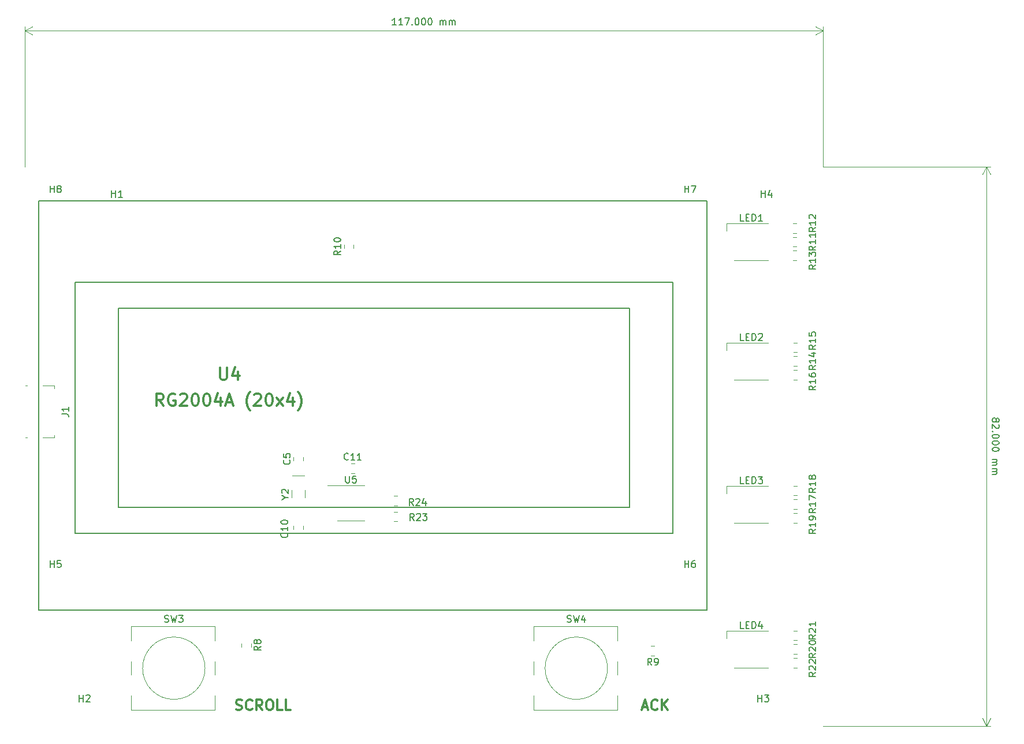
<source format=gbr>
G04 #@! TF.GenerationSoftware,KiCad,Pcbnew,5.1.2-f72e74a~84~ubuntu18.04.1*
G04 #@! TF.CreationDate,2019-08-20T01:18:15+05:30*
G04 #@! TF.ProjectId,ESP32_MESSAGE_DISPLAY,45535033-325f-44d4-9553-534147455f44,1.0*
G04 #@! TF.SameCoordinates,Original*
G04 #@! TF.FileFunction,Legend,Top*
G04 #@! TF.FilePolarity,Positive*
%FSLAX46Y46*%
G04 Gerber Fmt 4.6, Leading zero omitted, Abs format (unit mm)*
G04 Created by KiCad (PCBNEW 5.1.2-f72e74a~84~ubuntu18.04.1) date 2019-08-20 01:18:15*
%MOMM*%
%LPD*%
G04 APERTURE LIST*
%ADD10C,0.150000*%
%ADD11C,0.120000*%
%ADD12C,0.300000*%
%ADD13C,0.304800*%
G04 APERTURE END LIST*
D10*
X145452380Y-27182380D02*
X144880952Y-27182380D01*
X145166666Y-27182380D02*
X145166666Y-26182380D01*
X145071428Y-26325238D01*
X144976190Y-26420476D01*
X144880952Y-26468095D01*
X146404761Y-27182380D02*
X145833333Y-27182380D01*
X146119047Y-27182380D02*
X146119047Y-26182380D01*
X146023809Y-26325238D01*
X145928571Y-26420476D01*
X145833333Y-26468095D01*
X146738095Y-26182380D02*
X147404761Y-26182380D01*
X146976190Y-27182380D01*
X147785714Y-27087142D02*
X147833333Y-27134761D01*
X147785714Y-27182380D01*
X147738095Y-27134761D01*
X147785714Y-27087142D01*
X147785714Y-27182380D01*
X148452380Y-26182380D02*
X148547619Y-26182380D01*
X148642857Y-26230000D01*
X148690476Y-26277619D01*
X148738095Y-26372857D01*
X148785714Y-26563333D01*
X148785714Y-26801428D01*
X148738095Y-26991904D01*
X148690476Y-27087142D01*
X148642857Y-27134761D01*
X148547619Y-27182380D01*
X148452380Y-27182380D01*
X148357142Y-27134761D01*
X148309523Y-27087142D01*
X148261904Y-26991904D01*
X148214285Y-26801428D01*
X148214285Y-26563333D01*
X148261904Y-26372857D01*
X148309523Y-26277619D01*
X148357142Y-26230000D01*
X148452380Y-26182380D01*
X149404761Y-26182380D02*
X149500000Y-26182380D01*
X149595238Y-26230000D01*
X149642857Y-26277619D01*
X149690476Y-26372857D01*
X149738095Y-26563333D01*
X149738095Y-26801428D01*
X149690476Y-26991904D01*
X149642857Y-27087142D01*
X149595238Y-27134761D01*
X149500000Y-27182380D01*
X149404761Y-27182380D01*
X149309523Y-27134761D01*
X149261904Y-27087142D01*
X149214285Y-26991904D01*
X149166666Y-26801428D01*
X149166666Y-26563333D01*
X149214285Y-26372857D01*
X149261904Y-26277619D01*
X149309523Y-26230000D01*
X149404761Y-26182380D01*
X150357142Y-26182380D02*
X150452380Y-26182380D01*
X150547619Y-26230000D01*
X150595238Y-26277619D01*
X150642857Y-26372857D01*
X150690476Y-26563333D01*
X150690476Y-26801428D01*
X150642857Y-26991904D01*
X150595238Y-27087142D01*
X150547619Y-27134761D01*
X150452380Y-27182380D01*
X150357142Y-27182380D01*
X150261904Y-27134761D01*
X150214285Y-27087142D01*
X150166666Y-26991904D01*
X150119047Y-26801428D01*
X150119047Y-26563333D01*
X150166666Y-26372857D01*
X150214285Y-26277619D01*
X150261904Y-26230000D01*
X150357142Y-26182380D01*
X151880952Y-27182380D02*
X151880952Y-26515714D01*
X151880952Y-26610952D02*
X151928571Y-26563333D01*
X152023809Y-26515714D01*
X152166666Y-26515714D01*
X152261904Y-26563333D01*
X152309523Y-26658571D01*
X152309523Y-27182380D01*
X152309523Y-26658571D02*
X152357142Y-26563333D01*
X152452380Y-26515714D01*
X152595238Y-26515714D01*
X152690476Y-26563333D01*
X152738095Y-26658571D01*
X152738095Y-27182380D01*
X153214285Y-27182380D02*
X153214285Y-26515714D01*
X153214285Y-26610952D02*
X153261904Y-26563333D01*
X153357142Y-26515714D01*
X153500000Y-26515714D01*
X153595238Y-26563333D01*
X153642857Y-26658571D01*
X153642857Y-27182380D01*
X153642857Y-26658571D02*
X153690476Y-26563333D01*
X153785714Y-26515714D01*
X153928571Y-26515714D01*
X154023809Y-26563333D01*
X154071428Y-26658571D01*
X154071428Y-27182380D01*
D11*
X91000000Y-28000000D02*
X208000000Y-28000000D01*
X91000000Y-48000000D02*
X91000000Y-27413579D01*
X208000000Y-48000000D02*
X208000000Y-27413579D01*
X208000000Y-28000000D02*
X206873496Y-28586421D01*
X208000000Y-28000000D02*
X206873496Y-27413579D01*
X91000000Y-28000000D02*
X92126504Y-28586421D01*
X91000000Y-28000000D02*
X92126504Y-27413579D01*
D10*
X233389047Y-85047619D02*
X233436666Y-84952380D01*
X233484285Y-84904761D01*
X233579523Y-84857142D01*
X233627142Y-84857142D01*
X233722380Y-84904761D01*
X233770000Y-84952380D01*
X233817619Y-85047619D01*
X233817619Y-85238095D01*
X233770000Y-85333333D01*
X233722380Y-85380952D01*
X233627142Y-85428571D01*
X233579523Y-85428571D01*
X233484285Y-85380952D01*
X233436666Y-85333333D01*
X233389047Y-85238095D01*
X233389047Y-85047619D01*
X233341428Y-84952380D01*
X233293809Y-84904761D01*
X233198571Y-84857142D01*
X233008095Y-84857142D01*
X232912857Y-84904761D01*
X232865238Y-84952380D01*
X232817619Y-85047619D01*
X232817619Y-85238095D01*
X232865238Y-85333333D01*
X232912857Y-85380952D01*
X233008095Y-85428571D01*
X233198571Y-85428571D01*
X233293809Y-85380952D01*
X233341428Y-85333333D01*
X233389047Y-85238095D01*
X233722380Y-85809523D02*
X233770000Y-85857142D01*
X233817619Y-85952380D01*
X233817619Y-86190476D01*
X233770000Y-86285714D01*
X233722380Y-86333333D01*
X233627142Y-86380952D01*
X233531904Y-86380952D01*
X233389047Y-86333333D01*
X232817619Y-85761904D01*
X232817619Y-86380952D01*
X232912857Y-86809523D02*
X232865238Y-86857142D01*
X232817619Y-86809523D01*
X232865238Y-86761904D01*
X232912857Y-86809523D01*
X232817619Y-86809523D01*
X233817619Y-87476190D02*
X233817619Y-87571428D01*
X233770000Y-87666666D01*
X233722380Y-87714285D01*
X233627142Y-87761904D01*
X233436666Y-87809523D01*
X233198571Y-87809523D01*
X233008095Y-87761904D01*
X232912857Y-87714285D01*
X232865238Y-87666666D01*
X232817619Y-87571428D01*
X232817619Y-87476190D01*
X232865238Y-87380952D01*
X232912857Y-87333333D01*
X233008095Y-87285714D01*
X233198571Y-87238095D01*
X233436666Y-87238095D01*
X233627142Y-87285714D01*
X233722380Y-87333333D01*
X233770000Y-87380952D01*
X233817619Y-87476190D01*
X233817619Y-88428571D02*
X233817619Y-88523809D01*
X233770000Y-88619047D01*
X233722380Y-88666666D01*
X233627142Y-88714285D01*
X233436666Y-88761904D01*
X233198571Y-88761904D01*
X233008095Y-88714285D01*
X232912857Y-88666666D01*
X232865238Y-88619047D01*
X232817619Y-88523809D01*
X232817619Y-88428571D01*
X232865238Y-88333333D01*
X232912857Y-88285714D01*
X233008095Y-88238095D01*
X233198571Y-88190476D01*
X233436666Y-88190476D01*
X233627142Y-88238095D01*
X233722380Y-88285714D01*
X233770000Y-88333333D01*
X233817619Y-88428571D01*
X233817619Y-89380952D02*
X233817619Y-89476190D01*
X233770000Y-89571428D01*
X233722380Y-89619047D01*
X233627142Y-89666666D01*
X233436666Y-89714285D01*
X233198571Y-89714285D01*
X233008095Y-89666666D01*
X232912857Y-89619047D01*
X232865238Y-89571428D01*
X232817619Y-89476190D01*
X232817619Y-89380952D01*
X232865238Y-89285714D01*
X232912857Y-89238095D01*
X233008095Y-89190476D01*
X233198571Y-89142857D01*
X233436666Y-89142857D01*
X233627142Y-89190476D01*
X233722380Y-89238095D01*
X233770000Y-89285714D01*
X233817619Y-89380952D01*
X232817619Y-90904761D02*
X233484285Y-90904761D01*
X233389047Y-90904761D02*
X233436666Y-90952380D01*
X233484285Y-91047619D01*
X233484285Y-91190476D01*
X233436666Y-91285714D01*
X233341428Y-91333333D01*
X232817619Y-91333333D01*
X233341428Y-91333333D02*
X233436666Y-91380952D01*
X233484285Y-91476190D01*
X233484285Y-91619047D01*
X233436666Y-91714285D01*
X233341428Y-91761904D01*
X232817619Y-91761904D01*
X232817619Y-92238095D02*
X233484285Y-92238095D01*
X233389047Y-92238095D02*
X233436666Y-92285714D01*
X233484285Y-92380952D01*
X233484285Y-92523809D01*
X233436666Y-92619047D01*
X233341428Y-92666666D01*
X232817619Y-92666666D01*
X233341428Y-92666666D02*
X233436666Y-92714285D01*
X233484285Y-92809523D01*
X233484285Y-92952380D01*
X233436666Y-93047619D01*
X233341428Y-93095238D01*
X232817619Y-93095238D01*
D11*
X232000000Y-48000000D02*
X232000000Y-130000000D01*
X208000000Y-48000000D02*
X232586421Y-48000000D01*
X208000000Y-130000000D02*
X232586421Y-130000000D01*
X232000000Y-130000000D02*
X231413579Y-128873496D01*
X232000000Y-130000000D02*
X232586421Y-128873496D01*
X232000000Y-48000000D02*
X231413579Y-49126504D01*
X232000000Y-48000000D02*
X232586421Y-49126504D01*
D12*
X181542857Y-127250000D02*
X182257142Y-127250000D01*
X181400000Y-127678571D02*
X181900000Y-126178571D01*
X182400000Y-127678571D01*
X183757142Y-127535714D02*
X183685714Y-127607142D01*
X183471428Y-127678571D01*
X183328571Y-127678571D01*
X183114285Y-127607142D01*
X182971428Y-127464285D01*
X182900000Y-127321428D01*
X182828571Y-127035714D01*
X182828571Y-126821428D01*
X182900000Y-126535714D01*
X182971428Y-126392857D01*
X183114285Y-126250000D01*
X183328571Y-126178571D01*
X183471428Y-126178571D01*
X183685714Y-126250000D01*
X183757142Y-126321428D01*
X184400000Y-127678571D02*
X184400000Y-126178571D01*
X185257142Y-127678571D02*
X184614285Y-126821428D01*
X185257142Y-126178571D02*
X184400000Y-127035714D01*
X121971428Y-127607142D02*
X122185714Y-127678571D01*
X122542857Y-127678571D01*
X122685714Y-127607142D01*
X122757142Y-127535714D01*
X122828571Y-127392857D01*
X122828571Y-127250000D01*
X122757142Y-127107142D01*
X122685714Y-127035714D01*
X122542857Y-126964285D01*
X122257142Y-126892857D01*
X122114285Y-126821428D01*
X122042857Y-126750000D01*
X121971428Y-126607142D01*
X121971428Y-126464285D01*
X122042857Y-126321428D01*
X122114285Y-126250000D01*
X122257142Y-126178571D01*
X122614285Y-126178571D01*
X122828571Y-126250000D01*
X124328571Y-127535714D02*
X124257142Y-127607142D01*
X124042857Y-127678571D01*
X123900000Y-127678571D01*
X123685714Y-127607142D01*
X123542857Y-127464285D01*
X123471428Y-127321428D01*
X123400000Y-127035714D01*
X123400000Y-126821428D01*
X123471428Y-126535714D01*
X123542857Y-126392857D01*
X123685714Y-126250000D01*
X123900000Y-126178571D01*
X124042857Y-126178571D01*
X124257142Y-126250000D01*
X124328571Y-126321428D01*
X125828571Y-127678571D02*
X125328571Y-126964285D01*
X124971428Y-127678571D02*
X124971428Y-126178571D01*
X125542857Y-126178571D01*
X125685714Y-126250000D01*
X125757142Y-126321428D01*
X125828571Y-126464285D01*
X125828571Y-126678571D01*
X125757142Y-126821428D01*
X125685714Y-126892857D01*
X125542857Y-126964285D01*
X124971428Y-126964285D01*
X126757142Y-126178571D02*
X127042857Y-126178571D01*
X127185714Y-126250000D01*
X127328571Y-126392857D01*
X127400000Y-126678571D01*
X127400000Y-127178571D01*
X127328571Y-127464285D01*
X127185714Y-127607142D01*
X127042857Y-127678571D01*
X126757142Y-127678571D01*
X126614285Y-127607142D01*
X126471428Y-127464285D01*
X126400000Y-127178571D01*
X126400000Y-126678571D01*
X126471428Y-126392857D01*
X126614285Y-126250000D01*
X126757142Y-126178571D01*
X128757142Y-127678571D02*
X128042857Y-127678571D01*
X128042857Y-126178571D01*
X129971428Y-127678571D02*
X129257142Y-127678571D01*
X129257142Y-126178571D01*
D11*
X132000000Y-93275000D02*
X130200000Y-93275000D01*
X130150000Y-95425000D02*
X130150000Y-96525000D01*
X132050000Y-95425000D02*
X132050000Y-96525000D01*
X138800000Y-94740000D02*
X135350000Y-94740000D01*
X138800000Y-94740000D02*
X140750000Y-94740000D01*
X138800000Y-99860000D02*
X136850000Y-99860000D01*
X138800000Y-99860000D02*
X140750000Y-99860000D01*
X145596078Y-96290000D02*
X145078922Y-96290000D01*
X145596078Y-97710000D02*
X145078922Y-97710000D01*
X145621078Y-98590000D02*
X145103922Y-98590000D01*
X145621078Y-100010000D02*
X145103922Y-100010000D01*
X138803922Y-92910000D02*
X139321078Y-92910000D01*
X138803922Y-91490000D02*
X139321078Y-91490000D01*
X130390000Y-100678922D02*
X130390000Y-101196078D01*
X131810000Y-100678922D02*
X131810000Y-101196078D01*
X131810000Y-91096078D02*
X131810000Y-90578922D01*
X130390000Y-91096078D02*
X130390000Y-90578922D01*
D10*
X93000000Y-53000000D02*
X191000000Y-53000000D01*
X191000000Y-53000000D02*
X191000000Y-113000000D01*
X191000000Y-113000000D02*
X93000000Y-113000000D01*
X93000000Y-113000000D02*
X93000000Y-53000000D01*
X104760000Y-68700000D02*
X104760000Y-97910000D01*
X104760000Y-68700000D02*
X179690000Y-68700000D01*
X179690000Y-68700000D02*
X179690000Y-97910000D01*
X179690000Y-97910000D02*
X104760000Y-97910000D01*
X98410000Y-64890000D02*
X186040000Y-64890000D01*
X186040000Y-64890000D02*
X186040000Y-101720000D01*
X186040000Y-101720000D02*
X98410000Y-101720000D01*
X98410000Y-101720000D02*
X98410000Y-64890000D01*
D11*
X203678922Y-121460000D02*
X204196078Y-121460000D01*
X203678922Y-120040000D02*
X204196078Y-120040000D01*
X203678922Y-117460000D02*
X204196078Y-117460000D01*
X203678922Y-116040000D02*
X204196078Y-116040000D01*
X203678922Y-119460000D02*
X204196078Y-119460000D01*
X203678922Y-118040000D02*
X204196078Y-118040000D01*
X203678922Y-100210000D02*
X204196078Y-100210000D01*
X203678922Y-98790000D02*
X204196078Y-98790000D01*
X203678922Y-96210000D02*
X204196078Y-96210000D01*
X203678922Y-94790000D02*
X204196078Y-94790000D01*
X203678922Y-98210000D02*
X204196078Y-98210000D01*
X203678922Y-96790000D02*
X204196078Y-96790000D01*
X203678922Y-79210000D02*
X204196078Y-79210000D01*
X203678922Y-77790000D02*
X204196078Y-77790000D01*
X203678922Y-75210000D02*
X204196078Y-75210000D01*
X203678922Y-73790000D02*
X204196078Y-73790000D01*
X203678922Y-77210000D02*
X204196078Y-77210000D01*
X203678922Y-75790000D02*
X204196078Y-75790000D01*
X200000000Y-121450000D02*
X195000000Y-121450000D01*
X193900000Y-117150000D02*
X193900000Y-116050000D01*
X193900000Y-116050000D02*
X200000000Y-116050000D01*
X200000000Y-100200000D02*
X195000000Y-100200000D01*
X193900000Y-95900000D02*
X193900000Y-94800000D01*
X193900000Y-94800000D02*
X200000000Y-94800000D01*
X200000000Y-79200000D02*
X195000000Y-79200000D01*
X193900000Y-74900000D02*
X193900000Y-73800000D01*
X193900000Y-73800000D02*
X200000000Y-73800000D01*
X200000000Y-61700000D02*
X195000000Y-61700000D01*
X193900000Y-57400000D02*
X193900000Y-56300000D01*
X193900000Y-56300000D02*
X200000000Y-56300000D01*
X91050000Y-80100000D02*
X91310000Y-80100000D01*
X93590000Y-80100000D02*
X95360000Y-80100000D01*
X95360000Y-80100000D02*
X95360000Y-80480000D01*
X95360000Y-87720000D02*
X93590000Y-87720000D01*
X91310000Y-87720000D02*
X91050000Y-87720000D01*
X95360000Y-87720000D02*
X95360000Y-87340000D01*
X124210000Y-117903922D02*
X124210000Y-118421078D01*
X122790000Y-117903922D02*
X122790000Y-118421078D01*
X183321078Y-118290000D02*
X182803922Y-118290000D01*
X183321078Y-119710000D02*
X182803922Y-119710000D01*
X137790000Y-59946078D02*
X137790000Y-59428922D01*
X139210000Y-59946078D02*
X139210000Y-59428922D01*
X203603922Y-58290000D02*
X204121078Y-58290000D01*
X203603922Y-59710000D02*
X204121078Y-59710000D01*
X203603922Y-57710000D02*
X204121078Y-57710000D01*
X203603922Y-56290000D02*
X204121078Y-56290000D01*
X203603922Y-60290000D02*
X204121078Y-60290000D01*
X203603922Y-61710000D02*
X204121078Y-61710000D01*
X106600000Y-122470000D02*
X106600000Y-120530000D01*
X106600000Y-127650000D02*
X106600000Y-125530000D01*
X118900000Y-127650000D02*
X106600000Y-127650000D01*
X118900000Y-125530000D02*
X118900000Y-127650000D01*
X118900000Y-120530000D02*
X118900000Y-122470000D01*
X118900000Y-115350000D02*
X118900000Y-117470000D01*
X106600000Y-115350000D02*
X118900000Y-115350000D01*
X106600000Y-117470000D02*
X106600000Y-115350000D01*
X117429050Y-121540000D02*
G75*
G03X117429050Y-121540000I-4579050J0D01*
G01*
X176429050Y-121540000D02*
G75*
G03X176429050Y-121540000I-4579050J0D01*
G01*
X165600000Y-117470000D02*
X165600000Y-115350000D01*
X165600000Y-115350000D02*
X177900000Y-115350000D01*
X177900000Y-115350000D02*
X177900000Y-117470000D01*
X177900000Y-120530000D02*
X177900000Y-122470000D01*
X177900000Y-125530000D02*
X177900000Y-127650000D01*
X177900000Y-127650000D02*
X165600000Y-127650000D01*
X165600000Y-127650000D02*
X165600000Y-125530000D01*
X165600000Y-122470000D02*
X165600000Y-120530000D01*
D10*
X94738095Y-51752380D02*
X94738095Y-50752380D01*
X94738095Y-51228571D02*
X95309523Y-51228571D01*
X95309523Y-51752380D02*
X95309523Y-50752380D01*
X95928571Y-51180952D02*
X95833333Y-51133333D01*
X95785714Y-51085714D01*
X95738095Y-50990476D01*
X95738095Y-50942857D01*
X95785714Y-50847619D01*
X95833333Y-50800000D01*
X95928571Y-50752380D01*
X96119047Y-50752380D01*
X96214285Y-50800000D01*
X96261904Y-50847619D01*
X96309523Y-50942857D01*
X96309523Y-50990476D01*
X96261904Y-51085714D01*
X96214285Y-51133333D01*
X96119047Y-51180952D01*
X95928571Y-51180952D01*
X95833333Y-51228571D01*
X95785714Y-51276190D01*
X95738095Y-51371428D01*
X95738095Y-51561904D01*
X95785714Y-51657142D01*
X95833333Y-51704761D01*
X95928571Y-51752380D01*
X96119047Y-51752380D01*
X96214285Y-51704761D01*
X96261904Y-51657142D01*
X96309523Y-51561904D01*
X96309523Y-51371428D01*
X96261904Y-51276190D01*
X96214285Y-51228571D01*
X96119047Y-51180952D01*
X187738095Y-51752380D02*
X187738095Y-50752380D01*
X187738095Y-51228571D02*
X188309523Y-51228571D01*
X188309523Y-51752380D02*
X188309523Y-50752380D01*
X188690476Y-50752380D02*
X189357142Y-50752380D01*
X188928571Y-51752380D01*
X187738095Y-106752380D02*
X187738095Y-105752380D01*
X187738095Y-106228571D02*
X188309523Y-106228571D01*
X188309523Y-106752380D02*
X188309523Y-105752380D01*
X189214285Y-105752380D02*
X189023809Y-105752380D01*
X188928571Y-105800000D01*
X188880952Y-105847619D01*
X188785714Y-105990476D01*
X188738095Y-106180952D01*
X188738095Y-106561904D01*
X188785714Y-106657142D01*
X188833333Y-106704761D01*
X188928571Y-106752380D01*
X189119047Y-106752380D01*
X189214285Y-106704761D01*
X189261904Y-106657142D01*
X189309523Y-106561904D01*
X189309523Y-106323809D01*
X189261904Y-106228571D01*
X189214285Y-106180952D01*
X189119047Y-106133333D01*
X188928571Y-106133333D01*
X188833333Y-106180952D01*
X188785714Y-106228571D01*
X188738095Y-106323809D01*
X94738095Y-106752380D02*
X94738095Y-105752380D01*
X94738095Y-106228571D02*
X95309523Y-106228571D01*
X95309523Y-106752380D02*
X95309523Y-105752380D01*
X96261904Y-105752380D02*
X95785714Y-105752380D01*
X95738095Y-106228571D01*
X95785714Y-106180952D01*
X95880952Y-106133333D01*
X96119047Y-106133333D01*
X96214285Y-106180952D01*
X96261904Y-106228571D01*
X96309523Y-106323809D01*
X96309523Y-106561904D01*
X96261904Y-106657142D01*
X96214285Y-106704761D01*
X96119047Y-106752380D01*
X95880952Y-106752380D01*
X95785714Y-106704761D01*
X95738095Y-106657142D01*
X129176190Y-96476190D02*
X129652380Y-96476190D01*
X128652380Y-96809523D02*
X129176190Y-96476190D01*
X128652380Y-96142857D01*
X128747619Y-95857142D02*
X128700000Y-95809523D01*
X128652380Y-95714285D01*
X128652380Y-95476190D01*
X128700000Y-95380952D01*
X128747619Y-95333333D01*
X128842857Y-95285714D01*
X128938095Y-95285714D01*
X129080952Y-95333333D01*
X129652380Y-95904761D01*
X129652380Y-95285714D01*
X138038095Y-93352380D02*
X138038095Y-94161904D01*
X138085714Y-94257142D01*
X138133333Y-94304761D01*
X138228571Y-94352380D01*
X138419047Y-94352380D01*
X138514285Y-94304761D01*
X138561904Y-94257142D01*
X138609523Y-94161904D01*
X138609523Y-93352380D01*
X139561904Y-93352380D02*
X139085714Y-93352380D01*
X139038095Y-93828571D01*
X139085714Y-93780952D01*
X139180952Y-93733333D01*
X139419047Y-93733333D01*
X139514285Y-93780952D01*
X139561904Y-93828571D01*
X139609523Y-93923809D01*
X139609523Y-94161904D01*
X139561904Y-94257142D01*
X139514285Y-94304761D01*
X139419047Y-94352380D01*
X139180952Y-94352380D01*
X139085714Y-94304761D01*
X139038095Y-94257142D01*
X147957142Y-97652380D02*
X147623809Y-97176190D01*
X147385714Y-97652380D02*
X147385714Y-96652380D01*
X147766666Y-96652380D01*
X147861904Y-96700000D01*
X147909523Y-96747619D01*
X147957142Y-96842857D01*
X147957142Y-96985714D01*
X147909523Y-97080952D01*
X147861904Y-97128571D01*
X147766666Y-97176190D01*
X147385714Y-97176190D01*
X148338095Y-96747619D02*
X148385714Y-96700000D01*
X148480952Y-96652380D01*
X148719047Y-96652380D01*
X148814285Y-96700000D01*
X148861904Y-96747619D01*
X148909523Y-96842857D01*
X148909523Y-96938095D01*
X148861904Y-97080952D01*
X148290476Y-97652380D01*
X148909523Y-97652380D01*
X149766666Y-96985714D02*
X149766666Y-97652380D01*
X149528571Y-96604761D02*
X149290476Y-97319047D01*
X149909523Y-97319047D01*
X148057142Y-99852380D02*
X147723809Y-99376190D01*
X147485714Y-99852380D02*
X147485714Y-98852380D01*
X147866666Y-98852380D01*
X147961904Y-98900000D01*
X148009523Y-98947619D01*
X148057142Y-99042857D01*
X148057142Y-99185714D01*
X148009523Y-99280952D01*
X147961904Y-99328571D01*
X147866666Y-99376190D01*
X147485714Y-99376190D01*
X148438095Y-98947619D02*
X148485714Y-98900000D01*
X148580952Y-98852380D01*
X148819047Y-98852380D01*
X148914285Y-98900000D01*
X148961904Y-98947619D01*
X149009523Y-99042857D01*
X149009523Y-99138095D01*
X148961904Y-99280952D01*
X148390476Y-99852380D01*
X149009523Y-99852380D01*
X149342857Y-98852380D02*
X149961904Y-98852380D01*
X149628571Y-99233333D01*
X149771428Y-99233333D01*
X149866666Y-99280952D01*
X149914285Y-99328571D01*
X149961904Y-99423809D01*
X149961904Y-99661904D01*
X149914285Y-99757142D01*
X149866666Y-99804761D01*
X149771428Y-99852380D01*
X149485714Y-99852380D01*
X149390476Y-99804761D01*
X149342857Y-99757142D01*
X138419642Y-90907142D02*
X138372023Y-90954761D01*
X138229166Y-91002380D01*
X138133928Y-91002380D01*
X137991071Y-90954761D01*
X137895833Y-90859523D01*
X137848214Y-90764285D01*
X137800595Y-90573809D01*
X137800595Y-90430952D01*
X137848214Y-90240476D01*
X137895833Y-90145238D01*
X137991071Y-90050000D01*
X138133928Y-90002380D01*
X138229166Y-90002380D01*
X138372023Y-90050000D01*
X138419642Y-90097619D01*
X139372023Y-91002380D02*
X138800595Y-91002380D01*
X139086309Y-91002380D02*
X139086309Y-90002380D01*
X138991071Y-90145238D01*
X138895833Y-90240476D01*
X138800595Y-90288095D01*
X140324404Y-91002380D02*
X139752976Y-91002380D01*
X140038690Y-91002380D02*
X140038690Y-90002380D01*
X139943452Y-90145238D01*
X139848214Y-90240476D01*
X139752976Y-90288095D01*
X129457142Y-101742857D02*
X129504761Y-101790476D01*
X129552380Y-101933333D01*
X129552380Y-102028571D01*
X129504761Y-102171428D01*
X129409523Y-102266666D01*
X129314285Y-102314285D01*
X129123809Y-102361904D01*
X128980952Y-102361904D01*
X128790476Y-102314285D01*
X128695238Y-102266666D01*
X128600000Y-102171428D01*
X128552380Y-102028571D01*
X128552380Y-101933333D01*
X128600000Y-101790476D01*
X128647619Y-101742857D01*
X129552380Y-100790476D02*
X129552380Y-101361904D01*
X129552380Y-101076190D02*
X128552380Y-101076190D01*
X128695238Y-101171428D01*
X128790476Y-101266666D01*
X128838095Y-101361904D01*
X128552380Y-100171428D02*
X128552380Y-100076190D01*
X128600000Y-99980952D01*
X128647619Y-99933333D01*
X128742857Y-99885714D01*
X128933333Y-99838095D01*
X129171428Y-99838095D01*
X129361904Y-99885714D01*
X129457142Y-99933333D01*
X129504761Y-99980952D01*
X129552380Y-100076190D01*
X129552380Y-100171428D01*
X129504761Y-100266666D01*
X129457142Y-100314285D01*
X129361904Y-100361904D01*
X129171428Y-100409523D01*
X128933333Y-100409523D01*
X128742857Y-100361904D01*
X128647619Y-100314285D01*
X128600000Y-100266666D01*
X128552380Y-100171428D01*
X129807142Y-91004166D02*
X129854761Y-91051785D01*
X129902380Y-91194642D01*
X129902380Y-91289880D01*
X129854761Y-91432738D01*
X129759523Y-91527976D01*
X129664285Y-91575595D01*
X129473809Y-91623214D01*
X129330952Y-91623214D01*
X129140476Y-91575595D01*
X129045238Y-91527976D01*
X128950000Y-91432738D01*
X128902380Y-91289880D01*
X128902380Y-91194642D01*
X128950000Y-91051785D01*
X128997619Y-91004166D01*
X128902380Y-90099404D02*
X128902380Y-90575595D01*
X129378571Y-90623214D01*
X129330952Y-90575595D01*
X129283333Y-90480357D01*
X129283333Y-90242261D01*
X129330952Y-90147023D01*
X129378571Y-90099404D01*
X129473809Y-90051785D01*
X129711904Y-90051785D01*
X129807142Y-90099404D01*
X129854761Y-90147023D01*
X129902380Y-90242261D01*
X129902380Y-90480357D01*
X129854761Y-90575595D01*
X129807142Y-90623214D01*
D13*
X119585333Y-77426333D02*
X119585333Y-78865666D01*
X119670000Y-79035000D01*
X119754666Y-79119666D01*
X119924000Y-79204333D01*
X120262666Y-79204333D01*
X120432000Y-79119666D01*
X120516666Y-79035000D01*
X120601333Y-78865666D01*
X120601333Y-77426333D01*
X122210000Y-78019000D02*
X122210000Y-79204333D01*
X121786666Y-77341666D02*
X121363333Y-78611666D01*
X122464000Y-78611666D01*
X111330333Y-83014333D02*
X110737666Y-82167666D01*
X110314333Y-83014333D02*
X110314333Y-81236333D01*
X110991666Y-81236333D01*
X111161000Y-81321000D01*
X111245666Y-81405666D01*
X111330333Y-81575000D01*
X111330333Y-81829000D01*
X111245666Y-81998333D01*
X111161000Y-82083000D01*
X110991666Y-82167666D01*
X110314333Y-82167666D01*
X113023666Y-81321000D02*
X112854333Y-81236333D01*
X112600333Y-81236333D01*
X112346333Y-81321000D01*
X112177000Y-81490333D01*
X112092333Y-81659666D01*
X112007666Y-81998333D01*
X112007666Y-82252333D01*
X112092333Y-82591000D01*
X112177000Y-82760333D01*
X112346333Y-82929666D01*
X112600333Y-83014333D01*
X112769666Y-83014333D01*
X113023666Y-82929666D01*
X113108333Y-82845000D01*
X113108333Y-82252333D01*
X112769666Y-82252333D01*
X113785666Y-81405666D02*
X113870333Y-81321000D01*
X114039666Y-81236333D01*
X114463000Y-81236333D01*
X114632333Y-81321000D01*
X114717000Y-81405666D01*
X114801666Y-81575000D01*
X114801666Y-81744333D01*
X114717000Y-81998333D01*
X113701000Y-83014333D01*
X114801666Y-83014333D01*
X115902333Y-81236333D02*
X116071666Y-81236333D01*
X116241000Y-81321000D01*
X116325666Y-81405666D01*
X116410333Y-81575000D01*
X116495000Y-81913666D01*
X116495000Y-82337000D01*
X116410333Y-82675666D01*
X116325666Y-82845000D01*
X116241000Y-82929666D01*
X116071666Y-83014333D01*
X115902333Y-83014333D01*
X115733000Y-82929666D01*
X115648333Y-82845000D01*
X115563666Y-82675666D01*
X115479000Y-82337000D01*
X115479000Y-81913666D01*
X115563666Y-81575000D01*
X115648333Y-81405666D01*
X115733000Y-81321000D01*
X115902333Y-81236333D01*
X117595666Y-81236333D02*
X117765000Y-81236333D01*
X117934333Y-81321000D01*
X118019000Y-81405666D01*
X118103666Y-81575000D01*
X118188333Y-81913666D01*
X118188333Y-82337000D01*
X118103666Y-82675666D01*
X118019000Y-82845000D01*
X117934333Y-82929666D01*
X117765000Y-83014333D01*
X117595666Y-83014333D01*
X117426333Y-82929666D01*
X117341666Y-82845000D01*
X117257000Y-82675666D01*
X117172333Y-82337000D01*
X117172333Y-81913666D01*
X117257000Y-81575000D01*
X117341666Y-81405666D01*
X117426333Y-81321000D01*
X117595666Y-81236333D01*
X119712333Y-81829000D02*
X119712333Y-83014333D01*
X119289000Y-81151666D02*
X118865666Y-82421666D01*
X119966333Y-82421666D01*
X120559000Y-82506333D02*
X121405666Y-82506333D01*
X120389666Y-83014333D02*
X120982333Y-81236333D01*
X121575000Y-83014333D01*
X124030333Y-83691666D02*
X123945666Y-83607000D01*
X123776333Y-83353000D01*
X123691666Y-83183666D01*
X123607000Y-82929666D01*
X123522333Y-82506333D01*
X123522333Y-82167666D01*
X123607000Y-81744333D01*
X123691666Y-81490333D01*
X123776333Y-81321000D01*
X123945666Y-81067000D01*
X124030333Y-80982333D01*
X124623000Y-81405666D02*
X124707666Y-81321000D01*
X124877000Y-81236333D01*
X125300333Y-81236333D01*
X125469666Y-81321000D01*
X125554333Y-81405666D01*
X125639000Y-81575000D01*
X125639000Y-81744333D01*
X125554333Y-81998333D01*
X124538333Y-83014333D01*
X125639000Y-83014333D01*
X126739666Y-81236333D02*
X126909000Y-81236333D01*
X127078333Y-81321000D01*
X127163000Y-81405666D01*
X127247666Y-81575000D01*
X127332333Y-81913666D01*
X127332333Y-82337000D01*
X127247666Y-82675666D01*
X127163000Y-82845000D01*
X127078333Y-82929666D01*
X126909000Y-83014333D01*
X126739666Y-83014333D01*
X126570333Y-82929666D01*
X126485666Y-82845000D01*
X126401000Y-82675666D01*
X126316333Y-82337000D01*
X126316333Y-81913666D01*
X126401000Y-81575000D01*
X126485666Y-81405666D01*
X126570333Y-81321000D01*
X126739666Y-81236333D01*
X127925000Y-83014333D02*
X128856333Y-81829000D01*
X127925000Y-81829000D02*
X128856333Y-83014333D01*
X130295666Y-81829000D02*
X130295666Y-83014333D01*
X129872333Y-81151666D02*
X129449000Y-82421666D01*
X130549666Y-82421666D01*
X131057666Y-83691666D02*
X131142333Y-83607000D01*
X131311666Y-83353000D01*
X131396333Y-83183666D01*
X131481000Y-82929666D01*
X131565666Y-82506333D01*
X131565666Y-82167666D01*
X131481000Y-81744333D01*
X131396333Y-81490333D01*
X131311666Y-81321000D01*
X131142333Y-81067000D01*
X131057666Y-80982333D01*
D10*
X206952380Y-122142857D02*
X206476190Y-122476190D01*
X206952380Y-122714285D02*
X205952380Y-122714285D01*
X205952380Y-122333333D01*
X206000000Y-122238095D01*
X206047619Y-122190476D01*
X206142857Y-122142857D01*
X206285714Y-122142857D01*
X206380952Y-122190476D01*
X206428571Y-122238095D01*
X206476190Y-122333333D01*
X206476190Y-122714285D01*
X206047619Y-121761904D02*
X206000000Y-121714285D01*
X205952380Y-121619047D01*
X205952380Y-121380952D01*
X206000000Y-121285714D01*
X206047619Y-121238095D01*
X206142857Y-121190476D01*
X206238095Y-121190476D01*
X206380952Y-121238095D01*
X206952380Y-121809523D01*
X206952380Y-121190476D01*
X206047619Y-120809523D02*
X206000000Y-120761904D01*
X205952380Y-120666666D01*
X205952380Y-120428571D01*
X206000000Y-120333333D01*
X206047619Y-120285714D01*
X206142857Y-120238095D01*
X206238095Y-120238095D01*
X206380952Y-120285714D01*
X206952380Y-120857142D01*
X206952380Y-120238095D01*
X206952380Y-116642857D02*
X206476190Y-116976190D01*
X206952380Y-117214285D02*
X205952380Y-117214285D01*
X205952380Y-116833333D01*
X206000000Y-116738095D01*
X206047619Y-116690476D01*
X206142857Y-116642857D01*
X206285714Y-116642857D01*
X206380952Y-116690476D01*
X206428571Y-116738095D01*
X206476190Y-116833333D01*
X206476190Y-117214285D01*
X206047619Y-116261904D02*
X206000000Y-116214285D01*
X205952380Y-116119047D01*
X205952380Y-115880952D01*
X206000000Y-115785714D01*
X206047619Y-115738095D01*
X206142857Y-115690476D01*
X206238095Y-115690476D01*
X206380952Y-115738095D01*
X206952380Y-116309523D01*
X206952380Y-115690476D01*
X206952380Y-114738095D02*
X206952380Y-115309523D01*
X206952380Y-115023809D02*
X205952380Y-115023809D01*
X206095238Y-115119047D01*
X206190476Y-115214285D01*
X206238095Y-115309523D01*
X206952380Y-119392857D02*
X206476190Y-119726190D01*
X206952380Y-119964285D02*
X205952380Y-119964285D01*
X205952380Y-119583333D01*
X206000000Y-119488095D01*
X206047619Y-119440476D01*
X206142857Y-119392857D01*
X206285714Y-119392857D01*
X206380952Y-119440476D01*
X206428571Y-119488095D01*
X206476190Y-119583333D01*
X206476190Y-119964285D01*
X206047619Y-119011904D02*
X206000000Y-118964285D01*
X205952380Y-118869047D01*
X205952380Y-118630952D01*
X206000000Y-118535714D01*
X206047619Y-118488095D01*
X206142857Y-118440476D01*
X206238095Y-118440476D01*
X206380952Y-118488095D01*
X206952380Y-119059523D01*
X206952380Y-118440476D01*
X205952380Y-117821428D02*
X205952380Y-117726190D01*
X206000000Y-117630952D01*
X206047619Y-117583333D01*
X206142857Y-117535714D01*
X206333333Y-117488095D01*
X206571428Y-117488095D01*
X206761904Y-117535714D01*
X206857142Y-117583333D01*
X206904761Y-117630952D01*
X206952380Y-117726190D01*
X206952380Y-117821428D01*
X206904761Y-117916666D01*
X206857142Y-117964285D01*
X206761904Y-118011904D01*
X206571428Y-118059523D01*
X206333333Y-118059523D01*
X206142857Y-118011904D01*
X206047619Y-117964285D01*
X206000000Y-117916666D01*
X205952380Y-117821428D01*
X206952380Y-101142857D02*
X206476190Y-101476190D01*
X206952380Y-101714285D02*
X205952380Y-101714285D01*
X205952380Y-101333333D01*
X206000000Y-101238095D01*
X206047619Y-101190476D01*
X206142857Y-101142857D01*
X206285714Y-101142857D01*
X206380952Y-101190476D01*
X206428571Y-101238095D01*
X206476190Y-101333333D01*
X206476190Y-101714285D01*
X206952380Y-100190476D02*
X206952380Y-100761904D01*
X206952380Y-100476190D02*
X205952380Y-100476190D01*
X206095238Y-100571428D01*
X206190476Y-100666666D01*
X206238095Y-100761904D01*
X206952380Y-99714285D02*
X206952380Y-99523809D01*
X206904761Y-99428571D01*
X206857142Y-99380952D01*
X206714285Y-99285714D01*
X206523809Y-99238095D01*
X206142857Y-99238095D01*
X206047619Y-99285714D01*
X206000000Y-99333333D01*
X205952380Y-99428571D01*
X205952380Y-99619047D01*
X206000000Y-99714285D01*
X206047619Y-99761904D01*
X206142857Y-99809523D01*
X206380952Y-99809523D01*
X206476190Y-99761904D01*
X206523809Y-99714285D01*
X206571428Y-99619047D01*
X206571428Y-99428571D01*
X206523809Y-99333333D01*
X206476190Y-99285714D01*
X206380952Y-99238095D01*
X206952380Y-95142857D02*
X206476190Y-95476190D01*
X206952380Y-95714285D02*
X205952380Y-95714285D01*
X205952380Y-95333333D01*
X206000000Y-95238095D01*
X206047619Y-95190476D01*
X206142857Y-95142857D01*
X206285714Y-95142857D01*
X206380952Y-95190476D01*
X206428571Y-95238095D01*
X206476190Y-95333333D01*
X206476190Y-95714285D01*
X206952380Y-94190476D02*
X206952380Y-94761904D01*
X206952380Y-94476190D02*
X205952380Y-94476190D01*
X206095238Y-94571428D01*
X206190476Y-94666666D01*
X206238095Y-94761904D01*
X206380952Y-93619047D02*
X206333333Y-93714285D01*
X206285714Y-93761904D01*
X206190476Y-93809523D01*
X206142857Y-93809523D01*
X206047619Y-93761904D01*
X206000000Y-93714285D01*
X205952380Y-93619047D01*
X205952380Y-93428571D01*
X206000000Y-93333333D01*
X206047619Y-93285714D01*
X206142857Y-93238095D01*
X206190476Y-93238095D01*
X206285714Y-93285714D01*
X206333333Y-93333333D01*
X206380952Y-93428571D01*
X206380952Y-93619047D01*
X206428571Y-93714285D01*
X206476190Y-93761904D01*
X206571428Y-93809523D01*
X206761904Y-93809523D01*
X206857142Y-93761904D01*
X206904761Y-93714285D01*
X206952380Y-93619047D01*
X206952380Y-93428571D01*
X206904761Y-93333333D01*
X206857142Y-93285714D01*
X206761904Y-93238095D01*
X206571428Y-93238095D01*
X206476190Y-93285714D01*
X206428571Y-93333333D01*
X206380952Y-93428571D01*
X206952380Y-98142857D02*
X206476190Y-98476190D01*
X206952380Y-98714285D02*
X205952380Y-98714285D01*
X205952380Y-98333333D01*
X206000000Y-98238095D01*
X206047619Y-98190476D01*
X206142857Y-98142857D01*
X206285714Y-98142857D01*
X206380952Y-98190476D01*
X206428571Y-98238095D01*
X206476190Y-98333333D01*
X206476190Y-98714285D01*
X206952380Y-97190476D02*
X206952380Y-97761904D01*
X206952380Y-97476190D02*
X205952380Y-97476190D01*
X206095238Y-97571428D01*
X206190476Y-97666666D01*
X206238095Y-97761904D01*
X205952380Y-96857142D02*
X205952380Y-96190476D01*
X206952380Y-96619047D01*
X206952380Y-80142857D02*
X206476190Y-80476190D01*
X206952380Y-80714285D02*
X205952380Y-80714285D01*
X205952380Y-80333333D01*
X206000000Y-80238095D01*
X206047619Y-80190476D01*
X206142857Y-80142857D01*
X206285714Y-80142857D01*
X206380952Y-80190476D01*
X206428571Y-80238095D01*
X206476190Y-80333333D01*
X206476190Y-80714285D01*
X206952380Y-79190476D02*
X206952380Y-79761904D01*
X206952380Y-79476190D02*
X205952380Y-79476190D01*
X206095238Y-79571428D01*
X206190476Y-79666666D01*
X206238095Y-79761904D01*
X205952380Y-78333333D02*
X205952380Y-78523809D01*
X206000000Y-78619047D01*
X206047619Y-78666666D01*
X206190476Y-78761904D01*
X206380952Y-78809523D01*
X206761904Y-78809523D01*
X206857142Y-78761904D01*
X206904761Y-78714285D01*
X206952380Y-78619047D01*
X206952380Y-78428571D01*
X206904761Y-78333333D01*
X206857142Y-78285714D01*
X206761904Y-78238095D01*
X206523809Y-78238095D01*
X206428571Y-78285714D01*
X206380952Y-78333333D01*
X206333333Y-78428571D01*
X206333333Y-78619047D01*
X206380952Y-78714285D01*
X206428571Y-78761904D01*
X206523809Y-78809523D01*
X206952380Y-74142857D02*
X206476190Y-74476190D01*
X206952380Y-74714285D02*
X205952380Y-74714285D01*
X205952380Y-74333333D01*
X206000000Y-74238095D01*
X206047619Y-74190476D01*
X206142857Y-74142857D01*
X206285714Y-74142857D01*
X206380952Y-74190476D01*
X206428571Y-74238095D01*
X206476190Y-74333333D01*
X206476190Y-74714285D01*
X206952380Y-73190476D02*
X206952380Y-73761904D01*
X206952380Y-73476190D02*
X205952380Y-73476190D01*
X206095238Y-73571428D01*
X206190476Y-73666666D01*
X206238095Y-73761904D01*
X205952380Y-72285714D02*
X205952380Y-72761904D01*
X206428571Y-72809523D01*
X206380952Y-72761904D01*
X206333333Y-72666666D01*
X206333333Y-72428571D01*
X206380952Y-72333333D01*
X206428571Y-72285714D01*
X206523809Y-72238095D01*
X206761904Y-72238095D01*
X206857142Y-72285714D01*
X206904761Y-72333333D01*
X206952380Y-72428571D01*
X206952380Y-72666666D01*
X206904761Y-72761904D01*
X206857142Y-72809523D01*
X206952380Y-77142857D02*
X206476190Y-77476190D01*
X206952380Y-77714285D02*
X205952380Y-77714285D01*
X205952380Y-77333333D01*
X206000000Y-77238095D01*
X206047619Y-77190476D01*
X206142857Y-77142857D01*
X206285714Y-77142857D01*
X206380952Y-77190476D01*
X206428571Y-77238095D01*
X206476190Y-77333333D01*
X206476190Y-77714285D01*
X206952380Y-76190476D02*
X206952380Y-76761904D01*
X206952380Y-76476190D02*
X205952380Y-76476190D01*
X206095238Y-76571428D01*
X206190476Y-76666666D01*
X206238095Y-76761904D01*
X206285714Y-75333333D02*
X206952380Y-75333333D01*
X205904761Y-75571428D02*
X206619047Y-75809523D01*
X206619047Y-75190476D01*
X196380952Y-115702380D02*
X195904761Y-115702380D01*
X195904761Y-114702380D01*
X196714285Y-115178571D02*
X197047619Y-115178571D01*
X197190476Y-115702380D02*
X196714285Y-115702380D01*
X196714285Y-114702380D01*
X197190476Y-114702380D01*
X197619047Y-115702380D02*
X197619047Y-114702380D01*
X197857142Y-114702380D01*
X198000000Y-114750000D01*
X198095238Y-114845238D01*
X198142857Y-114940476D01*
X198190476Y-115130952D01*
X198190476Y-115273809D01*
X198142857Y-115464285D01*
X198095238Y-115559523D01*
X198000000Y-115654761D01*
X197857142Y-115702380D01*
X197619047Y-115702380D01*
X199047619Y-115035714D02*
X199047619Y-115702380D01*
X198809523Y-114654761D02*
X198571428Y-115369047D01*
X199190476Y-115369047D01*
X196380952Y-94452380D02*
X195904761Y-94452380D01*
X195904761Y-93452380D01*
X196714285Y-93928571D02*
X197047619Y-93928571D01*
X197190476Y-94452380D02*
X196714285Y-94452380D01*
X196714285Y-93452380D01*
X197190476Y-93452380D01*
X197619047Y-94452380D02*
X197619047Y-93452380D01*
X197857142Y-93452380D01*
X198000000Y-93500000D01*
X198095238Y-93595238D01*
X198142857Y-93690476D01*
X198190476Y-93880952D01*
X198190476Y-94023809D01*
X198142857Y-94214285D01*
X198095238Y-94309523D01*
X198000000Y-94404761D01*
X197857142Y-94452380D01*
X197619047Y-94452380D01*
X198523809Y-93452380D02*
X199142857Y-93452380D01*
X198809523Y-93833333D01*
X198952380Y-93833333D01*
X199047619Y-93880952D01*
X199095238Y-93928571D01*
X199142857Y-94023809D01*
X199142857Y-94261904D01*
X199095238Y-94357142D01*
X199047619Y-94404761D01*
X198952380Y-94452380D01*
X198666666Y-94452380D01*
X198571428Y-94404761D01*
X198523809Y-94357142D01*
X196380952Y-73452380D02*
X195904761Y-73452380D01*
X195904761Y-72452380D01*
X196714285Y-72928571D02*
X197047619Y-72928571D01*
X197190476Y-73452380D02*
X196714285Y-73452380D01*
X196714285Y-72452380D01*
X197190476Y-72452380D01*
X197619047Y-73452380D02*
X197619047Y-72452380D01*
X197857142Y-72452380D01*
X198000000Y-72500000D01*
X198095238Y-72595238D01*
X198142857Y-72690476D01*
X198190476Y-72880952D01*
X198190476Y-73023809D01*
X198142857Y-73214285D01*
X198095238Y-73309523D01*
X198000000Y-73404761D01*
X197857142Y-73452380D01*
X197619047Y-73452380D01*
X198571428Y-72547619D02*
X198619047Y-72500000D01*
X198714285Y-72452380D01*
X198952380Y-72452380D01*
X199047619Y-72500000D01*
X199095238Y-72547619D01*
X199142857Y-72642857D01*
X199142857Y-72738095D01*
X199095238Y-72880952D01*
X198523809Y-73452380D01*
X199142857Y-73452380D01*
X196380952Y-55952380D02*
X195904761Y-55952380D01*
X195904761Y-54952380D01*
X196714285Y-55428571D02*
X197047619Y-55428571D01*
X197190476Y-55952380D02*
X196714285Y-55952380D01*
X196714285Y-54952380D01*
X197190476Y-54952380D01*
X197619047Y-55952380D02*
X197619047Y-54952380D01*
X197857142Y-54952380D01*
X198000000Y-55000000D01*
X198095238Y-55095238D01*
X198142857Y-55190476D01*
X198190476Y-55380952D01*
X198190476Y-55523809D01*
X198142857Y-55714285D01*
X198095238Y-55809523D01*
X198000000Y-55904761D01*
X197857142Y-55952380D01*
X197619047Y-55952380D01*
X199142857Y-55952380D02*
X198571428Y-55952380D01*
X198857142Y-55952380D02*
X198857142Y-54952380D01*
X198761904Y-55095238D01*
X198666666Y-55190476D01*
X198571428Y-55238095D01*
X96402380Y-84243333D02*
X97116666Y-84243333D01*
X97259523Y-84290952D01*
X97354761Y-84386190D01*
X97402380Y-84529047D01*
X97402380Y-84624285D01*
X97402380Y-83243333D02*
X97402380Y-83814761D01*
X97402380Y-83529047D02*
X96402380Y-83529047D01*
X96545238Y-83624285D01*
X96640476Y-83719523D01*
X96688095Y-83814761D01*
X103738095Y-52452380D02*
X103738095Y-51452380D01*
X103738095Y-51928571D02*
X104309523Y-51928571D01*
X104309523Y-52452380D02*
X104309523Y-51452380D01*
X105309523Y-52452380D02*
X104738095Y-52452380D01*
X105023809Y-52452380D02*
X105023809Y-51452380D01*
X104928571Y-51595238D01*
X104833333Y-51690476D01*
X104738095Y-51738095D01*
X98988095Y-126452380D02*
X98988095Y-125452380D01*
X98988095Y-125928571D02*
X99559523Y-125928571D01*
X99559523Y-126452380D02*
X99559523Y-125452380D01*
X99988095Y-125547619D02*
X100035714Y-125500000D01*
X100130952Y-125452380D01*
X100369047Y-125452380D01*
X100464285Y-125500000D01*
X100511904Y-125547619D01*
X100559523Y-125642857D01*
X100559523Y-125738095D01*
X100511904Y-125880952D01*
X99940476Y-126452380D01*
X100559523Y-126452380D01*
X198488095Y-126452380D02*
X198488095Y-125452380D01*
X198488095Y-125928571D02*
X199059523Y-125928571D01*
X199059523Y-126452380D02*
X199059523Y-125452380D01*
X199440476Y-125452380D02*
X200059523Y-125452380D01*
X199726190Y-125833333D01*
X199869047Y-125833333D01*
X199964285Y-125880952D01*
X200011904Y-125928571D01*
X200059523Y-126023809D01*
X200059523Y-126261904D01*
X200011904Y-126357142D01*
X199964285Y-126404761D01*
X199869047Y-126452380D01*
X199583333Y-126452380D01*
X199488095Y-126404761D01*
X199440476Y-126357142D01*
X198988095Y-52452380D02*
X198988095Y-51452380D01*
X198988095Y-51928571D02*
X199559523Y-51928571D01*
X199559523Y-52452380D02*
X199559523Y-51452380D01*
X200464285Y-51785714D02*
X200464285Y-52452380D01*
X200226190Y-51404761D02*
X199988095Y-52119047D01*
X200607142Y-52119047D01*
X125602380Y-118329166D02*
X125126190Y-118662500D01*
X125602380Y-118900595D02*
X124602380Y-118900595D01*
X124602380Y-118519642D01*
X124650000Y-118424404D01*
X124697619Y-118376785D01*
X124792857Y-118329166D01*
X124935714Y-118329166D01*
X125030952Y-118376785D01*
X125078571Y-118424404D01*
X125126190Y-118519642D01*
X125126190Y-118900595D01*
X125030952Y-117757738D02*
X124983333Y-117852976D01*
X124935714Y-117900595D01*
X124840476Y-117948214D01*
X124792857Y-117948214D01*
X124697619Y-117900595D01*
X124650000Y-117852976D01*
X124602380Y-117757738D01*
X124602380Y-117567261D01*
X124650000Y-117472023D01*
X124697619Y-117424404D01*
X124792857Y-117376785D01*
X124840476Y-117376785D01*
X124935714Y-117424404D01*
X124983333Y-117472023D01*
X125030952Y-117567261D01*
X125030952Y-117757738D01*
X125078571Y-117852976D01*
X125126190Y-117900595D01*
X125221428Y-117948214D01*
X125411904Y-117948214D01*
X125507142Y-117900595D01*
X125554761Y-117852976D01*
X125602380Y-117757738D01*
X125602380Y-117567261D01*
X125554761Y-117472023D01*
X125507142Y-117424404D01*
X125411904Y-117376785D01*
X125221428Y-117376785D01*
X125126190Y-117424404D01*
X125078571Y-117472023D01*
X125030952Y-117567261D01*
X182895833Y-121102380D02*
X182562500Y-120626190D01*
X182324404Y-121102380D02*
X182324404Y-120102380D01*
X182705357Y-120102380D01*
X182800595Y-120150000D01*
X182848214Y-120197619D01*
X182895833Y-120292857D01*
X182895833Y-120435714D01*
X182848214Y-120530952D01*
X182800595Y-120578571D01*
X182705357Y-120626190D01*
X182324404Y-120626190D01*
X183372023Y-121102380D02*
X183562500Y-121102380D01*
X183657738Y-121054761D01*
X183705357Y-121007142D01*
X183800595Y-120864285D01*
X183848214Y-120673809D01*
X183848214Y-120292857D01*
X183800595Y-120197619D01*
X183752976Y-120150000D01*
X183657738Y-120102380D01*
X183467261Y-120102380D01*
X183372023Y-120150000D01*
X183324404Y-120197619D01*
X183276785Y-120292857D01*
X183276785Y-120530952D01*
X183324404Y-120626190D01*
X183372023Y-120673809D01*
X183467261Y-120721428D01*
X183657738Y-120721428D01*
X183752976Y-120673809D01*
X183800595Y-120626190D01*
X183848214Y-120530952D01*
X137302380Y-60330357D02*
X136826190Y-60663690D01*
X137302380Y-60901785D02*
X136302380Y-60901785D01*
X136302380Y-60520833D01*
X136350000Y-60425595D01*
X136397619Y-60377976D01*
X136492857Y-60330357D01*
X136635714Y-60330357D01*
X136730952Y-60377976D01*
X136778571Y-60425595D01*
X136826190Y-60520833D01*
X136826190Y-60901785D01*
X137302380Y-59377976D02*
X137302380Y-59949404D01*
X137302380Y-59663690D02*
X136302380Y-59663690D01*
X136445238Y-59758928D01*
X136540476Y-59854166D01*
X136588095Y-59949404D01*
X136302380Y-58758928D02*
X136302380Y-58663690D01*
X136350000Y-58568452D01*
X136397619Y-58520833D01*
X136492857Y-58473214D01*
X136683333Y-58425595D01*
X136921428Y-58425595D01*
X137111904Y-58473214D01*
X137207142Y-58520833D01*
X137254761Y-58568452D01*
X137302380Y-58663690D01*
X137302380Y-58758928D01*
X137254761Y-58854166D01*
X137207142Y-58901785D01*
X137111904Y-58949404D01*
X136921428Y-58997023D01*
X136683333Y-58997023D01*
X136492857Y-58949404D01*
X136397619Y-58901785D01*
X136350000Y-58854166D01*
X136302380Y-58758928D01*
X206952380Y-59642857D02*
X206476190Y-59976190D01*
X206952380Y-60214285D02*
X205952380Y-60214285D01*
X205952380Y-59833333D01*
X206000000Y-59738095D01*
X206047619Y-59690476D01*
X206142857Y-59642857D01*
X206285714Y-59642857D01*
X206380952Y-59690476D01*
X206428571Y-59738095D01*
X206476190Y-59833333D01*
X206476190Y-60214285D01*
X206952380Y-58690476D02*
X206952380Y-59261904D01*
X206952380Y-58976190D02*
X205952380Y-58976190D01*
X206095238Y-59071428D01*
X206190476Y-59166666D01*
X206238095Y-59261904D01*
X206952380Y-57738095D02*
X206952380Y-58309523D01*
X206952380Y-58023809D02*
X205952380Y-58023809D01*
X206095238Y-58119047D01*
X206190476Y-58214285D01*
X206238095Y-58309523D01*
X206952380Y-56892857D02*
X206476190Y-57226190D01*
X206952380Y-57464285D02*
X205952380Y-57464285D01*
X205952380Y-57083333D01*
X206000000Y-56988095D01*
X206047619Y-56940476D01*
X206142857Y-56892857D01*
X206285714Y-56892857D01*
X206380952Y-56940476D01*
X206428571Y-56988095D01*
X206476190Y-57083333D01*
X206476190Y-57464285D01*
X206952380Y-55940476D02*
X206952380Y-56511904D01*
X206952380Y-56226190D02*
X205952380Y-56226190D01*
X206095238Y-56321428D01*
X206190476Y-56416666D01*
X206238095Y-56511904D01*
X206047619Y-55559523D02*
X206000000Y-55511904D01*
X205952380Y-55416666D01*
X205952380Y-55178571D01*
X206000000Y-55083333D01*
X206047619Y-55035714D01*
X206142857Y-54988095D01*
X206238095Y-54988095D01*
X206380952Y-55035714D01*
X206952380Y-55607142D01*
X206952380Y-54988095D01*
X206952380Y-62392857D02*
X206476190Y-62726190D01*
X206952380Y-62964285D02*
X205952380Y-62964285D01*
X205952380Y-62583333D01*
X206000000Y-62488095D01*
X206047619Y-62440476D01*
X206142857Y-62392857D01*
X206285714Y-62392857D01*
X206380952Y-62440476D01*
X206428571Y-62488095D01*
X206476190Y-62583333D01*
X206476190Y-62964285D01*
X206952380Y-61440476D02*
X206952380Y-62011904D01*
X206952380Y-61726190D02*
X205952380Y-61726190D01*
X206095238Y-61821428D01*
X206190476Y-61916666D01*
X206238095Y-62011904D01*
X205952380Y-61107142D02*
X205952380Y-60488095D01*
X206333333Y-60821428D01*
X206333333Y-60678571D01*
X206380952Y-60583333D01*
X206428571Y-60535714D01*
X206523809Y-60488095D01*
X206761904Y-60488095D01*
X206857142Y-60535714D01*
X206904761Y-60583333D01*
X206952380Y-60678571D01*
X206952380Y-60964285D01*
X206904761Y-61059523D01*
X206857142Y-61107142D01*
X111516666Y-114744761D02*
X111659523Y-114792380D01*
X111897619Y-114792380D01*
X111992857Y-114744761D01*
X112040476Y-114697142D01*
X112088095Y-114601904D01*
X112088095Y-114506666D01*
X112040476Y-114411428D01*
X111992857Y-114363809D01*
X111897619Y-114316190D01*
X111707142Y-114268571D01*
X111611904Y-114220952D01*
X111564285Y-114173333D01*
X111516666Y-114078095D01*
X111516666Y-113982857D01*
X111564285Y-113887619D01*
X111611904Y-113840000D01*
X111707142Y-113792380D01*
X111945238Y-113792380D01*
X112088095Y-113840000D01*
X112421428Y-113792380D02*
X112659523Y-114792380D01*
X112850000Y-114078095D01*
X113040476Y-114792380D01*
X113278571Y-113792380D01*
X113564285Y-113792380D02*
X114183333Y-113792380D01*
X113850000Y-114173333D01*
X113992857Y-114173333D01*
X114088095Y-114220952D01*
X114135714Y-114268571D01*
X114183333Y-114363809D01*
X114183333Y-114601904D01*
X114135714Y-114697142D01*
X114088095Y-114744761D01*
X113992857Y-114792380D01*
X113707142Y-114792380D01*
X113611904Y-114744761D01*
X113564285Y-114697142D01*
X170516666Y-114744761D02*
X170659523Y-114792380D01*
X170897619Y-114792380D01*
X170992857Y-114744761D01*
X171040476Y-114697142D01*
X171088095Y-114601904D01*
X171088095Y-114506666D01*
X171040476Y-114411428D01*
X170992857Y-114363809D01*
X170897619Y-114316190D01*
X170707142Y-114268571D01*
X170611904Y-114220952D01*
X170564285Y-114173333D01*
X170516666Y-114078095D01*
X170516666Y-113982857D01*
X170564285Y-113887619D01*
X170611904Y-113840000D01*
X170707142Y-113792380D01*
X170945238Y-113792380D01*
X171088095Y-113840000D01*
X171421428Y-113792380D02*
X171659523Y-114792380D01*
X171850000Y-114078095D01*
X172040476Y-114792380D01*
X172278571Y-113792380D01*
X173088095Y-114125714D02*
X173088095Y-114792380D01*
X172850000Y-113744761D02*
X172611904Y-114459047D01*
X173230952Y-114459047D01*
M02*

</source>
